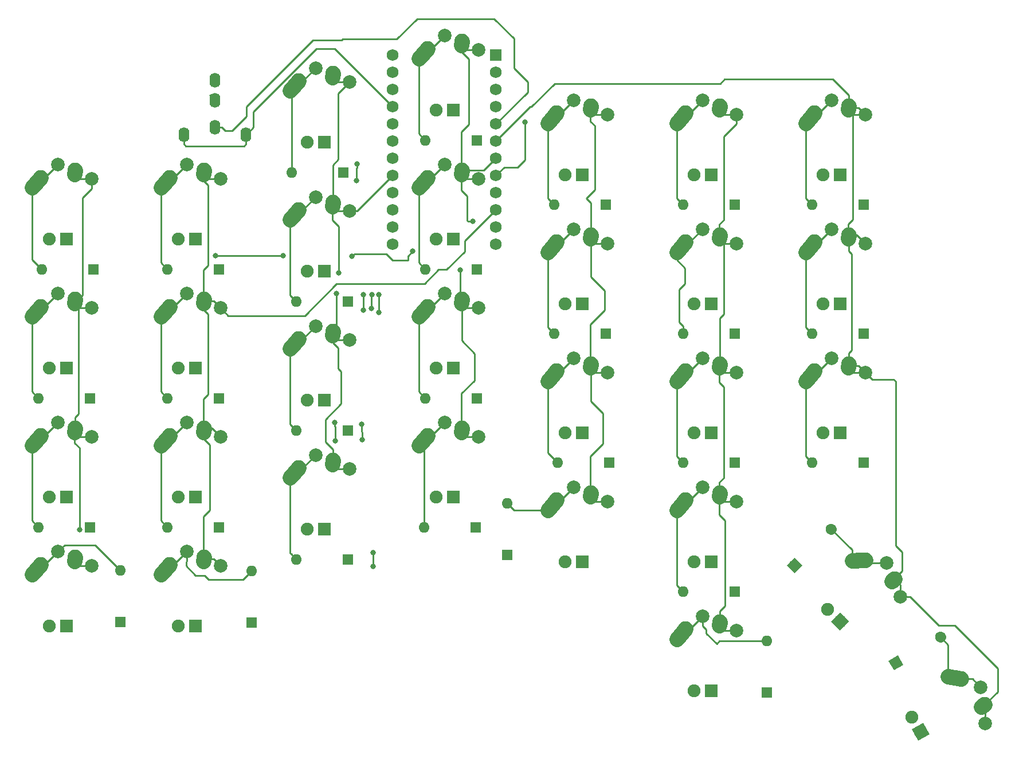
<source format=gtl>
G04 #@! TF.GenerationSoftware,KiCad,Pcbnew,(5.0.0)*
G04 #@! TF.CreationDate,2019-05-29T22:18:10-05:00*
G04 #@! TF.ProjectId,PCB,5043422E6B696361645F706362000000,rev?*
G04 #@! TF.SameCoordinates,Original*
G04 #@! TF.FileFunction,Copper,L1,Top,Signal*
G04 #@! TF.FilePolarity,Positive*
%FSLAX46Y46*%
G04 Gerber Fmt 4.6, Leading zero omitted, Abs format (unit mm)*
G04 Created by KiCad (PCBNEW (5.0.0)) date 05/29/19 22:18:10*
%MOMM*%
%LPD*%
G01*
G04 APERTURE LIST*
G04 #@! TA.AperFunction,ComponentPad*
%ADD10C,2.250000*%
G04 #@! TD*
G04 #@! TA.AperFunction,Conductor*
%ADD11C,2.250000*%
G04 #@! TD*
G04 #@! TA.AperFunction,ComponentPad*
%ADD12C,2.000000*%
G04 #@! TD*
G04 #@! TA.AperFunction,ComponentPad*
%ADD13C,1.905000*%
G04 #@! TD*
G04 #@! TA.AperFunction,ComponentPad*
%ADD14R,1.905000X1.905000*%
G04 #@! TD*
G04 #@! TA.AperFunction,ComponentPad*
%ADD15R,1.600000X1.600000*%
G04 #@! TD*
G04 #@! TA.AperFunction,ComponentPad*
%ADD16O,1.600000X1.600000*%
G04 #@! TD*
G04 #@! TA.AperFunction,ComponentPad*
%ADD17C,1.600000*%
G04 #@! TD*
G04 #@! TA.AperFunction,Conductor*
%ADD18C,0.100000*%
G04 #@! TD*
G04 #@! TA.AperFunction,Conductor*
%ADD19C,1.600000*%
G04 #@! TD*
G04 #@! TA.AperFunction,ComponentPad*
%ADD20C,1.752600*%
G04 #@! TD*
G04 #@! TA.AperFunction,ComponentPad*
%ADD21R,1.752600X1.752600*%
G04 #@! TD*
G04 #@! TA.AperFunction,ComponentPad*
%ADD22O,1.600000X2.200000*%
G04 #@! TD*
G04 #@! TA.AperFunction,ViaPad*
%ADD23C,0.800000*%
G04 #@! TD*
G04 #@! TA.AperFunction,Conductor*
%ADD24C,0.250000*%
G04 #@! TD*
G04 APERTURE END LIST*
D10*
G04 #@! TO.P,K3,1*
G04 #@! TO.N,Col2*
X164444771Y-54741234D03*
D11*
G04 #@! TD*
G04 #@! TO.N,Col2*
G04 #@! TO.C,K3*
X164425000Y-55031250D02*
X164464542Y-54451218D01*
D10*
G04 #@! TO.P,K3,1*
G04 #@! TO.N,Col2*
X164465000Y-54451250D03*
G04 #@! TO.P,K3,2*
G04 #@! TO.N,Net-(D3-Pad2)*
X158769995Y-56261246D03*
D11*
G04 #@! TD*
G04 #@! TO.N,Net-(D3-Pad2)*
G04 #@! TO.C,K3*
X158115000Y-56991250D02*
X159424990Y-55531242D01*
D10*
G04 #@! TO.P,K3,2*
G04 #@! TO.N,Net-(D3-Pad2)*
X159425000Y-55531250D03*
D12*
G04 #@! TO.P,K3,1*
G04 #@! TO.N,Col2*
X166925000Y-55731250D03*
G04 #@! TO.P,K3,2*
G04 #@! TO.N,Net-(D3-Pad2)*
X161925000Y-53631250D03*
D13*
G04 #@! TO.P,K3,3*
G04 #@! TO.N,N/C*
X160655000Y-64611250D03*
D14*
G04 #@! TO.P,K3,4*
X163195000Y-64611250D03*
G04 #@! TD*
G04 #@! TO.P,K2,4*
G04 #@! TO.N,N/C*
X144145000Y-78898750D03*
D13*
G04 #@! TO.P,K2,3*
X141605000Y-78898750D03*
D12*
G04 #@! TO.P,K2,2*
G04 #@! TO.N,Net-(D2-Pad2)*
X142875000Y-67918750D03*
G04 #@! TO.P,K2,1*
G04 #@! TO.N,Col1*
X147875000Y-70018750D03*
D10*
G04 #@! TO.P,K2,2*
G04 #@! TO.N,Net-(D2-Pad2)*
X140375000Y-69818750D03*
X139719995Y-70548746D03*
D11*
G04 #@! TD*
G04 #@! TO.N,Net-(D2-Pad2)*
G04 #@! TO.C,K2*
X139065000Y-71278750D02*
X140374990Y-69818742D01*
D10*
G04 #@! TO.P,K2,1*
G04 #@! TO.N,Col1*
X145415000Y-68738750D03*
X145394771Y-69028734D03*
D11*
G04 #@! TD*
G04 #@! TO.N,Col1*
G04 #@! TO.C,K2*
X145375000Y-69318750D02*
X145414542Y-68738718D01*
D15*
G04 #@! TO.P,D1,1*
G04 #@! TO.N,Row0*
X129063750Y-83343750D03*
D16*
G04 #@! TO.P,D1,2*
G04 #@! TO.N,Net-(D1-Pad2)*
X121443750Y-83343750D03*
G04 #@! TD*
G04 #@! TO.P,D2,2*
G04 #@! TO.N,Net-(D2-Pad2)*
X140017500Y-83343750D03*
D15*
G04 #@! TO.P,D2,1*
G04 #@! TO.N,Row0*
X147637500Y-83343750D03*
G04 #@! TD*
G04 #@! TO.P,D3,1*
G04 #@! TO.N,Row0*
X165998389Y-69056250D03*
D16*
G04 #@! TO.P,D3,2*
G04 #@! TO.N,Net-(D3-Pad2)*
X158378389Y-69056250D03*
G04 #@! TD*
G04 #@! TO.P,D4,2*
G04 #@! TO.N,Net-(D4-Pad2)*
X178117500Y-64293750D03*
D15*
G04 #@! TO.P,D4,1*
G04 #@! TO.N,Row0*
X185737500Y-64293750D03*
G04 #@! TD*
G04 #@! TO.P,D5,1*
G04 #@! TO.N,Row0*
X204787500Y-73818750D03*
D16*
G04 #@! TO.P,D5,2*
G04 #@! TO.N,Net-(D5-Pad2)*
X197167500Y-73818750D03*
G04 #@! TD*
G04 #@! TO.P,D6,2*
G04 #@! TO.N,Net-(D6-Pad2)*
X216217500Y-73818750D03*
D15*
G04 #@! TO.P,D6,1*
G04 #@! TO.N,Row0*
X223837500Y-73818750D03*
G04 #@! TD*
G04 #@! TO.P,D7,1*
G04 #@! TO.N,Row0*
X242887500Y-73818750D03*
D16*
G04 #@! TO.P,D7,2*
G04 #@! TO.N,Net-(D7-Pad2)*
X235267500Y-73818750D03*
G04 #@! TD*
G04 #@! TO.P,D8,2*
G04 #@! TO.N,Net-(D8-Pad2)*
X120967500Y-102393750D03*
D15*
G04 #@! TO.P,D8,1*
G04 #@! TO.N,Row1*
X128587500Y-102393750D03*
G04 #@! TD*
G04 #@! TO.P,D9,1*
G04 #@! TO.N,Row1*
X147637500Y-102393750D03*
D16*
G04 #@! TO.P,D9,2*
G04 #@! TO.N,Net-(D9-Pad2)*
X140017500Y-102393750D03*
G04 #@! TD*
G04 #@! TO.P,D10,2*
G04 #@! TO.N,Net-(D10-Pad2)*
X159067500Y-88106250D03*
D15*
G04 #@! TO.P,D10,1*
G04 #@! TO.N,Row1*
X166687500Y-88106250D03*
G04 #@! TD*
G04 #@! TO.P,D11,1*
G04 #@! TO.N,Row1*
X185737500Y-83343750D03*
D16*
G04 #@! TO.P,D11,2*
G04 #@! TO.N,Net-(D11-Pad2)*
X178117500Y-83343750D03*
G04 #@! TD*
G04 #@! TO.P,D12,2*
G04 #@! TO.N,Net-(D12-Pad2)*
X197167500Y-92868750D03*
D15*
G04 #@! TO.P,D12,1*
G04 #@! TO.N,Row1*
X204787500Y-92868750D03*
G04 #@! TD*
G04 #@! TO.P,D13,1*
G04 #@! TO.N,Row1*
X223837500Y-92868750D03*
D16*
G04 #@! TO.P,D13,2*
G04 #@! TO.N,Net-(D13-Pad2)*
X216217500Y-92868750D03*
G04 #@! TD*
G04 #@! TO.P,D14,2*
G04 #@! TO.N,Net-(D14-Pad2)*
X235267500Y-92868750D03*
D15*
G04 #@! TO.P,D14,1*
G04 #@! TO.N,Row1*
X242887500Y-92868750D03*
G04 #@! TD*
G04 #@! TO.P,D15,1*
G04 #@! TO.N,Row2*
X128587500Y-121443750D03*
D16*
G04 #@! TO.P,D15,2*
G04 #@! TO.N,Net-(D15-Pad2)*
X120967500Y-121443750D03*
G04 #@! TD*
G04 #@! TO.P,D16,2*
G04 #@! TO.N,Net-(D16-Pad2)*
X140017500Y-121443750D03*
D15*
G04 #@! TO.P,D16,1*
G04 #@! TO.N,Row2*
X147637500Y-121443750D03*
G04 #@! TD*
G04 #@! TO.P,D17,1*
G04 #@! TO.N,Row2*
X166687500Y-107156250D03*
D16*
G04 #@! TO.P,D17,2*
G04 #@! TO.N,Net-(D17-Pad2)*
X159067500Y-107156250D03*
G04 #@! TD*
G04 #@! TO.P,D18,2*
G04 #@! TO.N,Net-(D18-Pad2)*
X178117500Y-102393750D03*
D15*
G04 #@! TO.P,D18,1*
G04 #@! TO.N,Row2*
X185737500Y-102393750D03*
G04 #@! TD*
G04 #@! TO.P,D19,1*
G04 #@! TO.N,Row2*
X205263750Y-111918750D03*
D16*
G04 #@! TO.P,D19,2*
G04 #@! TO.N,Net-(D19-Pad2)*
X197643750Y-111918750D03*
G04 #@! TD*
G04 #@! TO.P,D20,2*
G04 #@! TO.N,Net-(D20-Pad2)*
X216217500Y-111918750D03*
D15*
G04 #@! TO.P,D20,1*
G04 #@! TO.N,Row2*
X223837500Y-111918750D03*
G04 #@! TD*
G04 #@! TO.P,D21,1*
G04 #@! TO.N,Row2*
X242887500Y-111918750D03*
D16*
G04 #@! TO.P,D21,2*
G04 #@! TO.N,Net-(D21-Pad2)*
X235267500Y-111918750D03*
G04 #@! TD*
G04 #@! TO.P,D22,2*
G04 #@! TO.N,Net-(D22-Pad2)*
X133050000Y-127810000D03*
D15*
G04 #@! TO.P,D22,1*
G04 #@! TO.N,Row3*
X133050000Y-135430000D03*
G04 #@! TD*
G04 #@! TO.P,D23,1*
G04 #@! TO.N,Row3*
X152420000Y-135550000D03*
D16*
G04 #@! TO.P,D23,2*
G04 #@! TO.N,Net-(D23-Pad2)*
X152420000Y-127930000D03*
G04 #@! TD*
D15*
G04 #@! TO.P,D24,1*
G04 #@! TO.N,Row3*
X166687500Y-126206250D03*
D16*
G04 #@! TO.P,D24,2*
G04 #@! TO.N,Net-(D24-Pad2)*
X159067500Y-126206250D03*
G04 #@! TD*
G04 #@! TO.P,D25,2*
G04 #@! TO.N,Net-(D25-Pad2)*
X177918390Y-121443750D03*
D15*
G04 #@! TO.P,D25,1*
G04 #@! TO.N,Row3*
X185538390Y-121443750D03*
G04 #@! TD*
G04 #@! TO.P,D26,1*
G04 #@! TO.N,Row3*
X190260000Y-125540000D03*
D16*
G04 #@! TO.P,D26,2*
G04 #@! TO.N,Net-(D26-Pad2)*
X190260000Y-117920000D03*
G04 #@! TD*
G04 #@! TO.P,D27,2*
G04 #@! TO.N,Net-(D27-Pad2)*
X216217500Y-130968750D03*
D15*
G04 #@! TO.P,D27,1*
G04 #@! TO.N,Row3*
X223837500Y-130968750D03*
G04 #@! TD*
D17*
G04 #@! TO.P,D28,1*
G04 #@! TO.N,Row3*
X232680000Y-127080000D03*
D18*
G04 #@! TD*
G04 #@! TO.N,Row3*
G04 #@! TO.C,D28*
G36*
X232680000Y-128211371D02*
X231548629Y-127080000D01*
X232680000Y-125948629D01*
X233811371Y-127080000D01*
X232680000Y-128211371D01*
X232680000Y-128211371D01*
G37*
D17*
G04 #@! TO.P,D28,2*
G04 #@! TO.N,Net-(D28-Pad2)*
X238068154Y-121691846D03*
D19*
G04 #@! TD*
G04 #@! TO.N,Net-(D28-Pad2)*
G04 #@! TO.C,D28*
X238068154Y-121691846D02*
X238068154Y-121691846D01*
D16*
G04 #@! TO.P,D29,2*
G04 #@! TO.N,Net-(D29-Pad2)*
X228600000Y-138280000D03*
D15*
G04 #@! TO.P,D29,1*
G04 #@! TO.N,Row4*
X228600000Y-145900000D03*
G04 #@! TD*
D17*
G04 #@! TO.P,D30,2*
G04 #@! TO.N,Net-(D30-Pad2)*
X254229114Y-137660000D03*
D19*
G04 #@! TD*
G04 #@! TO.N,Net-(D30-Pad2)*
G04 #@! TO.C,D30*
X254229114Y-137660000D02*
X254229114Y-137660000D01*
D17*
G04 #@! TO.P,D30,1*
G04 #@! TO.N,Row4*
X247630000Y-141470000D03*
D18*
G04 #@! TD*
G04 #@! TO.N,Row4*
G04 #@! TO.C,D30*
G36*
X247337180Y-142562820D02*
X246537180Y-141177180D01*
X247922820Y-140377180D01*
X248722820Y-141762820D01*
X247337180Y-142562820D01*
X247337180Y-142562820D01*
G37*
D14*
G04 #@! TO.P,K1,4*
G04 #@! TO.N,N/C*
X125095000Y-78898750D03*
D13*
G04 #@! TO.P,K1,3*
X122555000Y-78898750D03*
D12*
G04 #@! TO.P,K1,2*
G04 #@! TO.N,Net-(D1-Pad2)*
X123825000Y-67918750D03*
G04 #@! TO.P,K1,1*
G04 #@! TO.N,Col0*
X128825000Y-70018750D03*
D10*
G04 #@! TO.P,K1,2*
G04 #@! TO.N,Net-(D1-Pad2)*
X121325000Y-69818750D03*
X120669995Y-70548746D03*
D11*
G04 #@! TD*
G04 #@! TO.N,Net-(D1-Pad2)*
G04 #@! TO.C,K1*
X120015000Y-71278750D02*
X121324990Y-69818742D01*
D10*
G04 #@! TO.P,K1,1*
G04 #@! TO.N,Col0*
X126365000Y-68738750D03*
X126344771Y-69028734D03*
D11*
G04 #@! TD*
G04 #@! TO.N,Col0*
G04 #@! TO.C,K1*
X126325000Y-69318750D02*
X126364542Y-68738718D01*
D14*
G04 #@! TO.P,K4,4*
G04 #@! TO.N,N/C*
X182245000Y-59848750D03*
D13*
G04 #@! TO.P,K4,3*
X179705000Y-59848750D03*
D12*
G04 #@! TO.P,K4,2*
G04 #@! TO.N,Net-(D4-Pad2)*
X180975000Y-48868750D03*
G04 #@! TO.P,K4,1*
G04 #@! TO.N,Col3*
X185975000Y-50968750D03*
D10*
G04 #@! TO.P,K4,2*
G04 #@! TO.N,Net-(D4-Pad2)*
X178475000Y-50768750D03*
X177819995Y-51498746D03*
D11*
G04 #@! TD*
G04 #@! TO.N,Net-(D4-Pad2)*
G04 #@! TO.C,K4*
X177165000Y-52228750D02*
X178474990Y-50768742D01*
D10*
G04 #@! TO.P,K4,1*
G04 #@! TO.N,Col3*
X183515000Y-49688750D03*
X183494771Y-49978734D03*
D11*
G04 #@! TD*
G04 #@! TO.N,Col3*
G04 #@! TO.C,K4*
X183475000Y-50268750D02*
X183514542Y-49688718D01*
D10*
G04 #@! TO.P,K5,1*
G04 #@! TO.N,Col4*
X202544771Y-59503734D03*
D11*
G04 #@! TD*
G04 #@! TO.N,Col4*
G04 #@! TO.C,K5*
X202525000Y-59793750D02*
X202564542Y-59213718D01*
D10*
G04 #@! TO.P,K5,1*
G04 #@! TO.N,Col4*
X202565000Y-59213750D03*
G04 #@! TO.P,K5,2*
G04 #@! TO.N,Net-(D5-Pad2)*
X196869995Y-61023746D03*
D11*
G04 #@! TD*
G04 #@! TO.N,Net-(D5-Pad2)*
G04 #@! TO.C,K5*
X196215000Y-61753750D02*
X197524990Y-60293742D01*
D10*
G04 #@! TO.P,K5,2*
G04 #@! TO.N,Net-(D5-Pad2)*
X197525000Y-60293750D03*
D12*
G04 #@! TO.P,K5,1*
G04 #@! TO.N,Col4*
X205025000Y-60493750D03*
G04 #@! TO.P,K5,2*
G04 #@! TO.N,Net-(D5-Pad2)*
X200025000Y-58393750D03*
D13*
G04 #@! TO.P,K5,3*
G04 #@! TO.N,N/C*
X198755000Y-69373750D03*
D14*
G04 #@! TO.P,K5,4*
X201295000Y-69373750D03*
G04 #@! TD*
G04 #@! TO.P,K6,4*
G04 #@! TO.N,N/C*
X220345000Y-69373750D03*
D13*
G04 #@! TO.P,K6,3*
X217805000Y-69373750D03*
D12*
G04 #@! TO.P,K6,2*
G04 #@! TO.N,Net-(D6-Pad2)*
X219075000Y-58393750D03*
G04 #@! TO.P,K6,1*
G04 #@! TO.N,Col5*
X224075000Y-60493750D03*
D10*
G04 #@! TO.P,K6,2*
G04 #@! TO.N,Net-(D6-Pad2)*
X216575000Y-60293750D03*
X215919995Y-61023746D03*
D11*
G04 #@! TD*
G04 #@! TO.N,Net-(D6-Pad2)*
G04 #@! TO.C,K6*
X215265000Y-61753750D02*
X216574990Y-60293742D01*
D10*
G04 #@! TO.P,K6,1*
G04 #@! TO.N,Col5*
X221615000Y-59213750D03*
X221594771Y-59503734D03*
D11*
G04 #@! TD*
G04 #@! TO.N,Col5*
G04 #@! TO.C,K6*
X221575000Y-59793750D02*
X221614542Y-59213718D01*
D10*
G04 #@! TO.P,K7,1*
G04 #@! TO.N,Col6*
X240644771Y-59503734D03*
D11*
G04 #@! TD*
G04 #@! TO.N,Col6*
G04 #@! TO.C,K7*
X240625000Y-59793750D02*
X240664542Y-59213718D01*
D10*
G04 #@! TO.P,K7,1*
G04 #@! TO.N,Col6*
X240665000Y-59213750D03*
G04 #@! TO.P,K7,2*
G04 #@! TO.N,Net-(D7-Pad2)*
X234969995Y-61023746D03*
D11*
G04 #@! TD*
G04 #@! TO.N,Net-(D7-Pad2)*
G04 #@! TO.C,K7*
X234315000Y-61753750D02*
X235624990Y-60293742D01*
D10*
G04 #@! TO.P,K7,2*
G04 #@! TO.N,Net-(D7-Pad2)*
X235625000Y-60293750D03*
D12*
G04 #@! TO.P,K7,1*
G04 #@! TO.N,Col6*
X243125000Y-60493750D03*
G04 #@! TO.P,K7,2*
G04 #@! TO.N,Net-(D7-Pad2)*
X238125000Y-58393750D03*
D13*
G04 #@! TO.P,K7,3*
G04 #@! TO.N,N/C*
X236855000Y-69373750D03*
D14*
G04 #@! TO.P,K7,4*
X239395000Y-69373750D03*
G04 #@! TD*
D10*
G04 #@! TO.P,K8,1*
G04 #@! TO.N,Col0*
X126344771Y-88078734D03*
D11*
G04 #@! TD*
G04 #@! TO.N,Col0*
G04 #@! TO.C,K8*
X126325000Y-88368750D02*
X126364542Y-87788718D01*
D10*
G04 #@! TO.P,K8,1*
G04 #@! TO.N,Col0*
X126365000Y-87788750D03*
G04 #@! TO.P,K8,2*
G04 #@! TO.N,Net-(D8-Pad2)*
X120669995Y-89598746D03*
D11*
G04 #@! TD*
G04 #@! TO.N,Net-(D8-Pad2)*
G04 #@! TO.C,K8*
X120015000Y-90328750D02*
X121324990Y-88868742D01*
D10*
G04 #@! TO.P,K8,2*
G04 #@! TO.N,Net-(D8-Pad2)*
X121325000Y-88868750D03*
D12*
G04 #@! TO.P,K8,1*
G04 #@! TO.N,Col0*
X128825000Y-89068750D03*
G04 #@! TO.P,K8,2*
G04 #@! TO.N,Net-(D8-Pad2)*
X123825000Y-86968750D03*
D13*
G04 #@! TO.P,K8,3*
G04 #@! TO.N,N/C*
X122555000Y-97948750D03*
D14*
G04 #@! TO.P,K8,4*
X125095000Y-97948750D03*
G04 #@! TD*
G04 #@! TO.P,K9,4*
G04 #@! TO.N,N/C*
X144145000Y-97948750D03*
D13*
G04 #@! TO.P,K9,3*
X141605000Y-97948750D03*
D12*
G04 #@! TO.P,K9,2*
G04 #@! TO.N,Net-(D9-Pad2)*
X142875000Y-86968750D03*
G04 #@! TO.P,K9,1*
G04 #@! TO.N,Col1*
X147875000Y-89068750D03*
D10*
G04 #@! TO.P,K9,2*
G04 #@! TO.N,Net-(D9-Pad2)*
X140375000Y-88868750D03*
X139719995Y-89598746D03*
D11*
G04 #@! TD*
G04 #@! TO.N,Net-(D9-Pad2)*
G04 #@! TO.C,K9*
X139065000Y-90328750D02*
X140374990Y-88868742D01*
D10*
G04 #@! TO.P,K9,1*
G04 #@! TO.N,Col1*
X145415000Y-87788750D03*
X145394771Y-88078734D03*
D11*
G04 #@! TD*
G04 #@! TO.N,Col1*
G04 #@! TO.C,K9*
X145375000Y-88368750D02*
X145414542Y-87788718D01*
D10*
G04 #@! TO.P,K10,1*
G04 #@! TO.N,Col2*
X164444771Y-73791234D03*
D11*
G04 #@! TD*
G04 #@! TO.N,Col2*
G04 #@! TO.C,K10*
X164425000Y-74081250D02*
X164464542Y-73501218D01*
D10*
G04 #@! TO.P,K10,1*
G04 #@! TO.N,Col2*
X164465000Y-73501250D03*
G04 #@! TO.P,K10,2*
G04 #@! TO.N,Net-(D10-Pad2)*
X158769995Y-75311246D03*
D11*
G04 #@! TD*
G04 #@! TO.N,Net-(D10-Pad2)*
G04 #@! TO.C,K10*
X158115000Y-76041250D02*
X159424990Y-74581242D01*
D10*
G04 #@! TO.P,K10,2*
G04 #@! TO.N,Net-(D10-Pad2)*
X159425000Y-74581250D03*
D12*
G04 #@! TO.P,K10,1*
G04 #@! TO.N,Col2*
X166925000Y-74781250D03*
G04 #@! TO.P,K10,2*
G04 #@! TO.N,Net-(D10-Pad2)*
X161925000Y-72681250D03*
D13*
G04 #@! TO.P,K10,3*
G04 #@! TO.N,N/C*
X160655000Y-83661250D03*
D14*
G04 #@! TO.P,K10,4*
X163195000Y-83661250D03*
G04 #@! TD*
G04 #@! TO.P,K11,4*
G04 #@! TO.N,N/C*
X182245000Y-78898750D03*
D13*
G04 #@! TO.P,K11,3*
X179705000Y-78898750D03*
D12*
G04 #@! TO.P,K11,2*
G04 #@! TO.N,Net-(D11-Pad2)*
X180975000Y-67918750D03*
G04 #@! TO.P,K11,1*
G04 #@! TO.N,Col3*
X185975000Y-70018750D03*
D10*
G04 #@! TO.P,K11,2*
G04 #@! TO.N,Net-(D11-Pad2)*
X178475000Y-69818750D03*
X177819995Y-70548746D03*
D11*
G04 #@! TD*
G04 #@! TO.N,Net-(D11-Pad2)*
G04 #@! TO.C,K11*
X177165000Y-71278750D02*
X178474990Y-69818742D01*
D10*
G04 #@! TO.P,K11,1*
G04 #@! TO.N,Col3*
X183515000Y-68738750D03*
X183494771Y-69028734D03*
D11*
G04 #@! TD*
G04 #@! TO.N,Col3*
G04 #@! TO.C,K11*
X183475000Y-69318750D02*
X183514542Y-68738718D01*
D10*
G04 #@! TO.P,K12,1*
G04 #@! TO.N,Col4*
X202544771Y-78553734D03*
D11*
G04 #@! TD*
G04 #@! TO.N,Col4*
G04 #@! TO.C,K12*
X202525000Y-78843750D02*
X202564542Y-78263718D01*
D10*
G04 #@! TO.P,K12,1*
G04 #@! TO.N,Col4*
X202565000Y-78263750D03*
G04 #@! TO.P,K12,2*
G04 #@! TO.N,Net-(D12-Pad2)*
X196869995Y-80073746D03*
D11*
G04 #@! TD*
G04 #@! TO.N,Net-(D12-Pad2)*
G04 #@! TO.C,K12*
X196215000Y-80803750D02*
X197524990Y-79343742D01*
D10*
G04 #@! TO.P,K12,2*
G04 #@! TO.N,Net-(D12-Pad2)*
X197525000Y-79343750D03*
D12*
G04 #@! TO.P,K12,1*
G04 #@! TO.N,Col4*
X205025000Y-79543750D03*
G04 #@! TO.P,K12,2*
G04 #@! TO.N,Net-(D12-Pad2)*
X200025000Y-77443750D03*
D13*
G04 #@! TO.P,K12,3*
G04 #@! TO.N,N/C*
X198755000Y-88423750D03*
D14*
G04 #@! TO.P,K12,4*
X201295000Y-88423750D03*
G04 #@! TD*
G04 #@! TO.P,K13,4*
G04 #@! TO.N,N/C*
X220345000Y-88423750D03*
D13*
G04 #@! TO.P,K13,3*
X217805000Y-88423750D03*
D12*
G04 #@! TO.P,K13,2*
G04 #@! TO.N,Net-(D13-Pad2)*
X219075000Y-77443750D03*
G04 #@! TO.P,K13,1*
G04 #@! TO.N,Col5*
X224075000Y-79543750D03*
D10*
G04 #@! TO.P,K13,2*
G04 #@! TO.N,Net-(D13-Pad2)*
X216575000Y-79343750D03*
X215919995Y-80073746D03*
D11*
G04 #@! TD*
G04 #@! TO.N,Net-(D13-Pad2)*
G04 #@! TO.C,K13*
X215265000Y-80803750D02*
X216574990Y-79343742D01*
D10*
G04 #@! TO.P,K13,1*
G04 #@! TO.N,Col5*
X221615000Y-78263750D03*
X221594771Y-78553734D03*
D11*
G04 #@! TD*
G04 #@! TO.N,Col5*
G04 #@! TO.C,K13*
X221575000Y-78843750D02*
X221614542Y-78263718D01*
D10*
G04 #@! TO.P,K14,1*
G04 #@! TO.N,Col6*
X240644771Y-78553734D03*
D11*
G04 #@! TD*
G04 #@! TO.N,Col6*
G04 #@! TO.C,K14*
X240625000Y-78843750D02*
X240664542Y-78263718D01*
D10*
G04 #@! TO.P,K14,1*
G04 #@! TO.N,Col6*
X240665000Y-78263750D03*
G04 #@! TO.P,K14,2*
G04 #@! TO.N,Net-(D14-Pad2)*
X234969995Y-80073746D03*
D11*
G04 #@! TD*
G04 #@! TO.N,Net-(D14-Pad2)*
G04 #@! TO.C,K14*
X234315000Y-80803750D02*
X235624990Y-79343742D01*
D10*
G04 #@! TO.P,K14,2*
G04 #@! TO.N,Net-(D14-Pad2)*
X235625000Y-79343750D03*
D12*
G04 #@! TO.P,K14,1*
G04 #@! TO.N,Col6*
X243125000Y-79543750D03*
G04 #@! TO.P,K14,2*
G04 #@! TO.N,Net-(D14-Pad2)*
X238125000Y-77443750D03*
D13*
G04 #@! TO.P,K14,3*
G04 #@! TO.N,N/C*
X236855000Y-88423750D03*
D14*
G04 #@! TO.P,K14,4*
X239395000Y-88423750D03*
G04 #@! TD*
G04 #@! TO.P,K15,4*
G04 #@! TO.N,N/C*
X125095000Y-116998750D03*
D13*
G04 #@! TO.P,K15,3*
X122555000Y-116998750D03*
D12*
G04 #@! TO.P,K15,2*
G04 #@! TO.N,Net-(D15-Pad2)*
X123825000Y-106018750D03*
G04 #@! TO.P,K15,1*
G04 #@! TO.N,Col0*
X128825000Y-108118750D03*
D10*
G04 #@! TO.P,K15,2*
G04 #@! TO.N,Net-(D15-Pad2)*
X121325000Y-107918750D03*
X120669995Y-108648746D03*
D11*
G04 #@! TD*
G04 #@! TO.N,Net-(D15-Pad2)*
G04 #@! TO.C,K15*
X120015000Y-109378750D02*
X121324990Y-107918742D01*
D10*
G04 #@! TO.P,K15,1*
G04 #@! TO.N,Col0*
X126365000Y-106838750D03*
X126344771Y-107128734D03*
D11*
G04 #@! TD*
G04 #@! TO.N,Col0*
G04 #@! TO.C,K15*
X126325000Y-107418750D02*
X126364542Y-106838718D01*
D10*
G04 #@! TO.P,K16,1*
G04 #@! TO.N,Col1*
X145394771Y-107128734D03*
D11*
G04 #@! TD*
G04 #@! TO.N,Col1*
G04 #@! TO.C,K16*
X145375000Y-107418750D02*
X145414542Y-106838718D01*
D10*
G04 #@! TO.P,K16,1*
G04 #@! TO.N,Col1*
X145415000Y-106838750D03*
G04 #@! TO.P,K16,2*
G04 #@! TO.N,Net-(D16-Pad2)*
X139719995Y-108648746D03*
D11*
G04 #@! TD*
G04 #@! TO.N,Net-(D16-Pad2)*
G04 #@! TO.C,K16*
X139065000Y-109378750D02*
X140374990Y-107918742D01*
D10*
G04 #@! TO.P,K16,2*
G04 #@! TO.N,Net-(D16-Pad2)*
X140375000Y-107918750D03*
D12*
G04 #@! TO.P,K16,1*
G04 #@! TO.N,Col1*
X147875000Y-108118750D03*
G04 #@! TO.P,K16,2*
G04 #@! TO.N,Net-(D16-Pad2)*
X142875000Y-106018750D03*
D13*
G04 #@! TO.P,K16,3*
G04 #@! TO.N,N/C*
X141605000Y-116998750D03*
D14*
G04 #@! TO.P,K16,4*
X144145000Y-116998750D03*
G04 #@! TD*
D10*
G04 #@! TO.P,K17,1*
G04 #@! TO.N,Col2*
X164444771Y-92841234D03*
D11*
G04 #@! TD*
G04 #@! TO.N,Col2*
G04 #@! TO.C,K17*
X164425000Y-93131250D02*
X164464542Y-92551218D01*
D10*
G04 #@! TO.P,K17,1*
G04 #@! TO.N,Col2*
X164465000Y-92551250D03*
G04 #@! TO.P,K17,2*
G04 #@! TO.N,Net-(D17-Pad2)*
X158769995Y-94361246D03*
D11*
G04 #@! TD*
G04 #@! TO.N,Net-(D17-Pad2)*
G04 #@! TO.C,K17*
X158115000Y-95091250D02*
X159424990Y-93631242D01*
D10*
G04 #@! TO.P,K17,2*
G04 #@! TO.N,Net-(D17-Pad2)*
X159425000Y-93631250D03*
D12*
G04 #@! TO.P,K17,1*
G04 #@! TO.N,Col2*
X166925000Y-93831250D03*
G04 #@! TO.P,K17,2*
G04 #@! TO.N,Net-(D17-Pad2)*
X161925000Y-91731250D03*
D13*
G04 #@! TO.P,K17,3*
G04 #@! TO.N,N/C*
X160655000Y-102711250D03*
D14*
G04 #@! TO.P,K17,4*
X163195000Y-102711250D03*
G04 #@! TD*
G04 #@! TO.P,K18,4*
G04 #@! TO.N,N/C*
X182245000Y-97948750D03*
D13*
G04 #@! TO.P,K18,3*
X179705000Y-97948750D03*
D12*
G04 #@! TO.P,K18,2*
G04 #@! TO.N,Net-(D18-Pad2)*
X180975000Y-86968750D03*
G04 #@! TO.P,K18,1*
G04 #@! TO.N,Col3*
X185975000Y-89068750D03*
D10*
G04 #@! TO.P,K18,2*
G04 #@! TO.N,Net-(D18-Pad2)*
X178475000Y-88868750D03*
X177819995Y-89598746D03*
D11*
G04 #@! TD*
G04 #@! TO.N,Net-(D18-Pad2)*
G04 #@! TO.C,K18*
X177165000Y-90328750D02*
X178474990Y-88868742D01*
D10*
G04 #@! TO.P,K18,1*
G04 #@! TO.N,Col3*
X183515000Y-87788750D03*
X183494771Y-88078734D03*
D11*
G04 #@! TD*
G04 #@! TO.N,Col3*
G04 #@! TO.C,K18*
X183475000Y-88368750D02*
X183514542Y-87788718D01*
D10*
G04 #@! TO.P,K19,1*
G04 #@! TO.N,Col4*
X202544771Y-97603734D03*
D11*
G04 #@! TD*
G04 #@! TO.N,Col4*
G04 #@! TO.C,K19*
X202525000Y-97893750D02*
X202564542Y-97313718D01*
D10*
G04 #@! TO.P,K19,1*
G04 #@! TO.N,Col4*
X202565000Y-97313750D03*
G04 #@! TO.P,K19,2*
G04 #@! TO.N,Net-(D19-Pad2)*
X196869995Y-99123746D03*
D11*
G04 #@! TD*
G04 #@! TO.N,Net-(D19-Pad2)*
G04 #@! TO.C,K19*
X196215000Y-99853750D02*
X197524990Y-98393742D01*
D10*
G04 #@! TO.P,K19,2*
G04 #@! TO.N,Net-(D19-Pad2)*
X197525000Y-98393750D03*
D12*
G04 #@! TO.P,K19,1*
G04 #@! TO.N,Col4*
X205025000Y-98593750D03*
G04 #@! TO.P,K19,2*
G04 #@! TO.N,Net-(D19-Pad2)*
X200025000Y-96493750D03*
D13*
G04 #@! TO.P,K19,3*
G04 #@! TO.N,N/C*
X198755000Y-107473750D03*
D14*
G04 #@! TO.P,K19,4*
X201295000Y-107473750D03*
G04 #@! TD*
G04 #@! TO.P,K20,4*
G04 #@! TO.N,N/C*
X220345000Y-107473750D03*
D13*
G04 #@! TO.P,K20,3*
X217805000Y-107473750D03*
D12*
G04 #@! TO.P,K20,2*
G04 #@! TO.N,Net-(D20-Pad2)*
X219075000Y-96493750D03*
G04 #@! TO.P,K20,1*
G04 #@! TO.N,Col5*
X224075000Y-98593750D03*
D10*
G04 #@! TO.P,K20,2*
G04 #@! TO.N,Net-(D20-Pad2)*
X216575000Y-98393750D03*
X215919995Y-99123746D03*
D11*
G04 #@! TD*
G04 #@! TO.N,Net-(D20-Pad2)*
G04 #@! TO.C,K20*
X215265000Y-99853750D02*
X216574990Y-98393742D01*
D10*
G04 #@! TO.P,K20,1*
G04 #@! TO.N,Col5*
X221615000Y-97313750D03*
X221594771Y-97603734D03*
D11*
G04 #@! TD*
G04 #@! TO.N,Col5*
G04 #@! TO.C,K20*
X221575000Y-97893750D02*
X221614542Y-97313718D01*
D10*
G04 #@! TO.P,K21,1*
G04 #@! TO.N,Col6*
X240644771Y-97603734D03*
D11*
G04 #@! TD*
G04 #@! TO.N,Col6*
G04 #@! TO.C,K21*
X240625000Y-97893750D02*
X240664542Y-97313718D01*
D10*
G04 #@! TO.P,K21,1*
G04 #@! TO.N,Col6*
X240665000Y-97313750D03*
G04 #@! TO.P,K21,2*
G04 #@! TO.N,Net-(D21-Pad2)*
X234969995Y-99123746D03*
D11*
G04 #@! TD*
G04 #@! TO.N,Net-(D21-Pad2)*
G04 #@! TO.C,K21*
X234315000Y-99853750D02*
X235624990Y-98393742D01*
D10*
G04 #@! TO.P,K21,2*
G04 #@! TO.N,Net-(D21-Pad2)*
X235625000Y-98393750D03*
D12*
G04 #@! TO.P,K21,1*
G04 #@! TO.N,Col6*
X243125000Y-98593750D03*
G04 #@! TO.P,K21,2*
G04 #@! TO.N,Net-(D21-Pad2)*
X238125000Y-96493750D03*
D13*
G04 #@! TO.P,K21,3*
G04 #@! TO.N,N/C*
X236855000Y-107473750D03*
D14*
G04 #@! TO.P,K21,4*
X239395000Y-107473750D03*
G04 #@! TD*
G04 #@! TO.P,K22,4*
G04 #@! TO.N,N/C*
X125095000Y-136048750D03*
D13*
G04 #@! TO.P,K22,3*
X122555000Y-136048750D03*
D12*
G04 #@! TO.P,K22,2*
G04 #@! TO.N,Net-(D22-Pad2)*
X123825000Y-125068750D03*
G04 #@! TO.P,K22,1*
G04 #@! TO.N,Col0*
X128825000Y-127168750D03*
D10*
G04 #@! TO.P,K22,2*
G04 #@! TO.N,Net-(D22-Pad2)*
X121325000Y-126968750D03*
X120669995Y-127698746D03*
D11*
G04 #@! TD*
G04 #@! TO.N,Net-(D22-Pad2)*
G04 #@! TO.C,K22*
X120015000Y-128428750D02*
X121324990Y-126968742D01*
D10*
G04 #@! TO.P,K22,1*
G04 #@! TO.N,Col0*
X126365000Y-125888750D03*
X126344771Y-126178734D03*
D11*
G04 #@! TD*
G04 #@! TO.N,Col0*
G04 #@! TO.C,K22*
X126325000Y-126468750D02*
X126364542Y-125888718D01*
D10*
G04 #@! TO.P,K23,1*
G04 #@! TO.N,Col1*
X145394771Y-126178734D03*
D11*
G04 #@! TD*
G04 #@! TO.N,Col1*
G04 #@! TO.C,K23*
X145375000Y-126468750D02*
X145414542Y-125888718D01*
D10*
G04 #@! TO.P,K23,1*
G04 #@! TO.N,Col1*
X145415000Y-125888750D03*
G04 #@! TO.P,K23,2*
G04 #@! TO.N,Net-(D23-Pad2)*
X139719995Y-127698746D03*
D11*
G04 #@! TD*
G04 #@! TO.N,Net-(D23-Pad2)*
G04 #@! TO.C,K23*
X139065000Y-128428750D02*
X140374990Y-126968742D01*
D10*
G04 #@! TO.P,K23,2*
G04 #@! TO.N,Net-(D23-Pad2)*
X140375000Y-126968750D03*
D12*
G04 #@! TO.P,K23,1*
G04 #@! TO.N,Col1*
X147875000Y-127168750D03*
G04 #@! TO.P,K23,2*
G04 #@! TO.N,Net-(D23-Pad2)*
X142875000Y-125068750D03*
D13*
G04 #@! TO.P,K23,3*
G04 #@! TO.N,N/C*
X141605000Y-136048750D03*
D14*
G04 #@! TO.P,K23,4*
X144145000Y-136048750D03*
G04 #@! TD*
G04 #@! TO.P,K24,4*
G04 #@! TO.N,N/C*
X163195000Y-121761250D03*
D13*
G04 #@! TO.P,K24,3*
X160655000Y-121761250D03*
D12*
G04 #@! TO.P,K24,2*
G04 #@! TO.N,Net-(D24-Pad2)*
X161925000Y-110781250D03*
G04 #@! TO.P,K24,1*
G04 #@! TO.N,Col2*
X166925000Y-112881250D03*
D10*
G04 #@! TO.P,K24,2*
G04 #@! TO.N,Net-(D24-Pad2)*
X159425000Y-112681250D03*
X158769995Y-113411246D03*
D11*
G04 #@! TD*
G04 #@! TO.N,Net-(D24-Pad2)*
G04 #@! TO.C,K24*
X158115000Y-114141250D02*
X159424990Y-112681242D01*
D10*
G04 #@! TO.P,K24,1*
G04 #@! TO.N,Col2*
X164465000Y-111601250D03*
X164444771Y-111891234D03*
D11*
G04 #@! TD*
G04 #@! TO.N,Col2*
G04 #@! TO.C,K24*
X164425000Y-112181250D02*
X164464542Y-111601218D01*
D10*
G04 #@! TO.P,K25,1*
G04 #@! TO.N,Col3*
X183494771Y-107128734D03*
D11*
G04 #@! TD*
G04 #@! TO.N,Col3*
G04 #@! TO.C,K25*
X183475000Y-107418750D02*
X183514542Y-106838718D01*
D10*
G04 #@! TO.P,K25,1*
G04 #@! TO.N,Col3*
X183515000Y-106838750D03*
G04 #@! TO.P,K25,2*
G04 #@! TO.N,Net-(D25-Pad2)*
X177819995Y-108648746D03*
D11*
G04 #@! TD*
G04 #@! TO.N,Net-(D25-Pad2)*
G04 #@! TO.C,K25*
X177165000Y-109378750D02*
X178474990Y-107918742D01*
D10*
G04 #@! TO.P,K25,2*
G04 #@! TO.N,Net-(D25-Pad2)*
X178475000Y-107918750D03*
D12*
G04 #@! TO.P,K25,1*
G04 #@! TO.N,Col3*
X185975000Y-108118750D03*
G04 #@! TO.P,K25,2*
G04 #@! TO.N,Net-(D25-Pad2)*
X180975000Y-106018750D03*
D13*
G04 #@! TO.P,K25,3*
G04 #@! TO.N,N/C*
X179705000Y-116998750D03*
D14*
G04 #@! TO.P,K25,4*
X182245000Y-116998750D03*
G04 #@! TD*
G04 #@! TO.P,K26,4*
G04 #@! TO.N,N/C*
X201295000Y-126523750D03*
D13*
G04 #@! TO.P,K26,3*
X198755000Y-126523750D03*
D12*
G04 #@! TO.P,K26,2*
G04 #@! TO.N,Net-(D26-Pad2)*
X200025000Y-115543750D03*
G04 #@! TO.P,K26,1*
G04 #@! TO.N,Col4*
X205025000Y-117643750D03*
D10*
G04 #@! TO.P,K26,2*
G04 #@! TO.N,Net-(D26-Pad2)*
X197525000Y-117443750D03*
X196869995Y-118173746D03*
D11*
G04 #@! TD*
G04 #@! TO.N,Net-(D26-Pad2)*
G04 #@! TO.C,K26*
X196215000Y-118903750D02*
X197524990Y-117443742D01*
D10*
G04 #@! TO.P,K26,1*
G04 #@! TO.N,Col4*
X202565000Y-116363750D03*
X202544771Y-116653734D03*
D11*
G04 #@! TD*
G04 #@! TO.N,Col4*
G04 #@! TO.C,K26*
X202525000Y-116943750D02*
X202564542Y-116363718D01*
D10*
G04 #@! TO.P,K27,1*
G04 #@! TO.N,Col5*
X221594771Y-116653734D03*
D11*
G04 #@! TD*
G04 #@! TO.N,Col5*
G04 #@! TO.C,K27*
X221575000Y-116943750D02*
X221614542Y-116363718D01*
D10*
G04 #@! TO.P,K27,1*
G04 #@! TO.N,Col5*
X221615000Y-116363750D03*
G04 #@! TO.P,K27,2*
G04 #@! TO.N,Net-(D27-Pad2)*
X215919995Y-118173746D03*
D11*
G04 #@! TD*
G04 #@! TO.N,Net-(D27-Pad2)*
G04 #@! TO.C,K27*
X215265000Y-118903750D02*
X216574990Y-117443742D01*
D10*
G04 #@! TO.P,K27,2*
G04 #@! TO.N,Net-(D27-Pad2)*
X216575000Y-117443750D03*
D12*
G04 #@! TO.P,K27,1*
G04 #@! TO.N,Col5*
X224075000Y-117643750D03*
G04 #@! TO.P,K27,2*
G04 #@! TO.N,Net-(D27-Pad2)*
X219075000Y-115543750D03*
D13*
G04 #@! TO.P,K27,3*
G04 #@! TO.N,N/C*
X217805000Y-126523750D03*
D14*
G04 #@! TO.P,K27,4*
X220345000Y-126523750D03*
G04 #@! TD*
D13*
G04 #@! TO.P,K28,4*
G04 #@! TO.N,N/C*
X239370923Y-135363878D03*
D18*
G04 #@! TD*
G04 #@! TO.N,N/C*
G04 #@! TO.C,K28*
G36*
X238023885Y-135363878D02*
X239370923Y-134016840D01*
X240717961Y-135363878D01*
X239370923Y-136710916D01*
X238023885Y-135363878D01*
X238023885Y-135363878D01*
G37*
D13*
G04 #@! TO.P,K28,3*
G04 #@! TO.N,N/C*
X237574872Y-133567827D03*
D12*
G04 #@! TO.P,K28,2*
G04 #@! TO.N,Net-(D28-Pad2)*
X246236930Y-126701820D03*
G04 #@! TO.P,K28,1*
G04 #@! TO.N,Col6*
X248287540Y-131722278D03*
D10*
G04 #@! TO.P,K28,2*
G04 #@! TO.N,Net-(D28-Pad2)*
X243125660Y-126277556D03*
X242146317Y-126330583D03*
D11*
G04 #@! TD*
G04 #@! TO.N,Net-(D28-Pad2)*
G04 #@! TO.C,K28*
X241166974Y-126383622D02*
X243125660Y-126277544D01*
D10*
G04 #@! TO.P,K28,1*
G04 #@! TO.N,Col6*
X247453154Y-129077699D03*
X247233800Y-129268444D03*
D11*
G04 #@! TD*
G04 #@! TO.N,Col6*
G04 #@! TO.C,K28*
X247014747Y-129459536D02*
X247452853Y-129077352D01*
D10*
G04 #@! TO.P,K29,1*
G04 #@! TO.N,Col5*
X221594771Y-135703734D03*
D11*
G04 #@! TD*
G04 #@! TO.N,Col5*
G04 #@! TO.C,K29*
X221575000Y-135993750D02*
X221614542Y-135413718D01*
D10*
G04 #@! TO.P,K29,1*
G04 #@! TO.N,Col5*
X221615000Y-135413750D03*
G04 #@! TO.P,K29,2*
G04 #@! TO.N,Net-(D29-Pad2)*
X215919995Y-137223746D03*
D11*
G04 #@! TD*
G04 #@! TO.N,Net-(D29-Pad2)*
G04 #@! TO.C,K29*
X215265000Y-137953750D02*
X216574990Y-136493742D01*
D10*
G04 #@! TO.P,K29,2*
G04 #@! TO.N,Net-(D29-Pad2)*
X216575000Y-136493750D03*
D12*
G04 #@! TO.P,K29,1*
G04 #@! TO.N,Col5*
X224075000Y-136693750D03*
G04 #@! TO.P,K29,2*
G04 #@! TO.N,Net-(D29-Pad2)*
X219075000Y-134593750D03*
D13*
G04 #@! TO.P,K29,3*
G04 #@! TO.N,N/C*
X217805000Y-145573750D03*
D14*
G04 #@! TO.P,K29,4*
X220345000Y-145573750D03*
G04 #@! TD*
D13*
G04 #@! TO.P,K30,4*
G04 #@! TO.N,N/C*
X251305591Y-151659852D03*
D18*
G04 #@! TD*
G04 #@! TO.N,N/C*
G04 #@! TO.C,K30*
G36*
X250004452Y-151311213D02*
X251654230Y-150358713D01*
X252606730Y-152008491D01*
X250956952Y-152960991D01*
X250004452Y-151311213D01*
X250004452Y-151311213D01*
G37*
D13*
G04 #@! TO.P,K30,3*
G04 #@! TO.N,N/C*
X250035591Y-149460148D03*
D12*
G04 #@! TO.P,K30,2*
G04 #@! TO.N,Net-(D30-Pad2)*
X260179550Y-145070000D03*
G04 #@! TO.P,K30,1*
G04 #@! TO.N,Col6*
X260860897Y-150450127D03*
D10*
G04 #@! TO.P,K30,2*
G04 #@! TO.N,Net-(D30-Pad2)*
X257284102Y-143854936D03*
X256324405Y-143652684D03*
D11*
G04 #@! TD*
G04 #@! TO.N,Net-(D30-Pad2)*
G04 #@! TO.C,K30*
X255364705Y-143450443D02*
X257284105Y-143854925D01*
D10*
G04 #@! TO.P,K30,1*
G04 #@! TO.N,Col6*
X260739409Y-147679705D03*
X260478161Y-147807179D03*
D11*
G04 #@! TD*
G04 #@! TO.N,Col6*
G04 #@! TO.C,K30*
X260217114Y-147935064D02*
X260739208Y-147679294D01*
D20*
G04 #@! TO.P,U1,24*
G04 #@! TO.N,Breakout*
X173330000Y-51700000D03*
G04 #@! TO.P,U1,12*
G04 #@! TO.N,Row1*
X188570000Y-79640000D03*
G04 #@! TO.P,U1,23*
G04 #@! TO.N,RGBGnd*
X173330000Y-54240000D03*
G04 #@! TO.P,U1,22*
G04 #@! TO.N,Breakout*
X173330000Y-56780000D03*
G04 #@! TO.P,U1,21*
G04 #@! TO.N,CommVCCandRGBVCC*
X173330000Y-59320000D03*
G04 #@! TO.P,U1,20*
G04 #@! TO.N,Row3*
X173330000Y-61860000D03*
G04 #@! TO.P,U1,19*
G04 #@! TO.N,Row0*
X173330000Y-64400000D03*
G04 #@! TO.P,U1,18*
G04 #@! TO.N,Col5*
X173330000Y-66940000D03*
G04 #@! TO.P,U1,17*
G04 #@! TO.N,Col2*
X173330000Y-69480000D03*
G04 #@! TO.P,U1,16*
G04 #@! TO.N,Row2*
X173330000Y-72020000D03*
G04 #@! TO.P,U1,15*
G04 #@! TO.N,Row4*
X173330000Y-74560000D03*
G04 #@! TO.P,U1,14*
G04 #@! TO.N,Breakout*
X173330000Y-77100000D03*
G04 #@! TO.P,U1,13*
X173330000Y-79640000D03*
G04 #@! TO.P,U1,11*
G04 #@! TO.N,Col4*
X188570000Y-77100000D03*
G04 #@! TO.P,U1,10*
G04 #@! TO.N,Col1*
X188570000Y-74560000D03*
G04 #@! TO.P,U1,9*
G04 #@! TO.N,Col0*
X188570000Y-72020000D03*
G04 #@! TO.P,U1,8*
G04 #@! TO.N,RGB*
X188570000Y-69480000D03*
G04 #@! TO.P,U1,7*
G04 #@! TO.N,Col3*
X188570000Y-66940000D03*
G04 #@! TO.P,U1,6*
G04 #@! TO.N,Col6*
X188570000Y-64400000D03*
G04 #@! TO.P,U1,5*
G04 #@! TO.N,Comm*
X188570000Y-61860000D03*
G04 #@! TO.P,U1,4*
G04 #@! TO.N,CommGnd*
X188570000Y-59320000D03*
G04 #@! TO.P,U1,3*
G04 #@! TO.N,Breakout*
X188570000Y-56780000D03*
G04 #@! TO.P,U1,2*
X188570000Y-54240000D03*
D21*
G04 #@! TO.P,U1,1*
X188570000Y-51700000D03*
G04 #@! TD*
D22*
G04 #@! TO.P,REF\002A\002A,3*
G04 #@! TO.N,RGBTRRS*
X147030000Y-58410000D03*
G04 #@! TO.P,REF\002A\002A,4*
G04 #@! TO.N,CommGnd*
X147030000Y-55410000D03*
G04 #@! TO.P,REF\002A\002A,2*
G04 #@! TO.N,Comm*
X147030000Y-62410000D03*
G04 #@! TO.P,REF\002A\002A,1*
G04 #@! TO.N,N/C*
X142430000Y-63510000D03*
G04 #@! TO.N,CommVCCandRGBVCC*
X151630000Y-63510000D03*
G04 #@! TD*
D23*
G04 #@! TO.N,Row2*
X170210000Y-87070000D03*
X170150000Y-89120000D03*
G04 #@! TO.N,Row3*
X168960000Y-87100000D03*
X169000000Y-89350000D03*
X164760000Y-105990000D03*
X164820000Y-108720000D03*
X168000000Y-67790000D03*
X167960000Y-70290000D03*
G04 #@! TO.N,Row4*
X171260000Y-87070000D03*
X171260000Y-89700000D03*
X168680000Y-106200000D03*
X170430000Y-125210000D03*
X170430000Y-127210000D03*
X168780000Y-108530000D03*
G04 #@! TO.N,Col0*
X127040000Y-121850000D03*
X157130000Y-81380000D03*
X167290000Y-81460000D03*
X176280000Y-80690000D03*
X147090000Y-81380000D03*
G04 #@! TO.N,Col2*
X165340000Y-83890000D03*
X164950000Y-86900000D03*
G04 #@! TO.N,Col3*
X185150000Y-76300000D03*
X183290000Y-83440000D03*
G04 #@! TO.N,RGB*
X192820000Y-61600000D03*
G04 #@! TD*
D24*
G04 #@! TO.N,*
X151630000Y-64860000D02*
X151630000Y-63510000D01*
X151330000Y-65160000D02*
X151630000Y-64860000D01*
X142730000Y-65160000D02*
X151330000Y-65160000D01*
X142430000Y-64860000D02*
X142730000Y-65160000D01*
X142430000Y-63510000D02*
X142430000Y-64860000D01*
G04 #@! TO.N,RGBTRRS*
X146270000Y-57650000D02*
X147030000Y-58410000D01*
G04 #@! TO.N,Net-(D1-Pad2)*
X120465000Y-71278750D02*
X123825000Y-67918750D01*
X120015000Y-71278750D02*
X120465000Y-71278750D01*
X120015000Y-81915000D02*
X121443750Y-83343750D01*
X120015000Y-71278750D02*
X120015000Y-81915000D01*
G04 #@! TO.N,Net-(D2-Pad2)*
X139515000Y-71278750D02*
X142875000Y-67918750D01*
X139065000Y-71278750D02*
X139515000Y-71278750D01*
X139065000Y-82391250D02*
X140017500Y-83343750D01*
X139065000Y-71278750D02*
X139065000Y-82391250D01*
G04 #@! TO.N,Net-(D3-Pad2)*
X160025000Y-55531250D02*
X159425000Y-55531250D01*
X161925000Y-53631250D02*
X160025000Y-55531250D01*
X158565000Y-56991250D02*
X161925000Y-53631250D01*
X158115000Y-56991250D02*
X158565000Y-56991250D01*
X158378389Y-57254639D02*
X158378389Y-69056250D01*
X158115000Y-56991250D02*
X158378389Y-57254639D01*
G04 #@! TO.N,Net-(D4-Pad2)*
X177615000Y-52228750D02*
X180975000Y-48868750D01*
X177165000Y-52228750D02*
X177615000Y-52228750D01*
X177165000Y-63341250D02*
X178117500Y-64293750D01*
X177165000Y-52228750D02*
X177165000Y-63341250D01*
G04 #@! TO.N,Net-(D5-Pad2)*
X196665000Y-61753750D02*
X200025000Y-58393750D01*
X196215000Y-61753750D02*
X196665000Y-61753750D01*
X196215000Y-72866250D02*
X197167500Y-73818750D01*
X196215000Y-61753750D02*
X196215000Y-72866250D01*
G04 #@! TO.N,Net-(D6-Pad2)*
X215715000Y-61753750D02*
X219075000Y-58393750D01*
X215265000Y-61753750D02*
X215715000Y-61753750D01*
X215265000Y-72866250D02*
X216217500Y-73818750D01*
X215265000Y-61753750D02*
X215265000Y-72866250D01*
G04 #@! TO.N,Net-(D7-Pad2)*
X234765000Y-61753750D02*
X238125000Y-58393750D01*
X234315000Y-61753750D02*
X234765000Y-61753750D01*
X234315000Y-72866250D02*
X235267500Y-73818750D01*
X234315000Y-61753750D02*
X234315000Y-72866250D01*
G04 #@! TO.N,Net-(D8-Pad2)*
X120465000Y-90328750D02*
X123825000Y-86968750D01*
X120015000Y-90328750D02*
X120465000Y-90328750D01*
X120015000Y-101441250D02*
X120967500Y-102393750D01*
X120015000Y-90328750D02*
X120015000Y-101441250D01*
G04 #@! TO.N,Net-(D9-Pad2)*
X139515000Y-90328750D02*
X142875000Y-86968750D01*
X139065000Y-90328750D02*
X139515000Y-90328750D01*
X139065000Y-101441250D02*
X140017500Y-102393750D01*
X139065000Y-90328750D02*
X139065000Y-101441250D01*
G04 #@! TO.N,Net-(D10-Pad2)*
X158565000Y-76041250D02*
X161925000Y-72681250D01*
X158115000Y-76041250D02*
X158565000Y-76041250D01*
X158115000Y-87153750D02*
X159067500Y-88106250D01*
X158115000Y-76041250D02*
X158115000Y-87153750D01*
G04 #@! TO.N,Net-(D11-Pad2)*
X177615000Y-71278750D02*
X180975000Y-67918750D01*
X177165000Y-71278750D02*
X177615000Y-71278750D01*
X177165000Y-82391250D02*
X178117500Y-83343750D01*
X177165000Y-71278750D02*
X177165000Y-82391250D01*
G04 #@! TO.N,Net-(D12-Pad2)*
X196665000Y-80803750D02*
X200025000Y-77443750D01*
X196215000Y-80803750D02*
X196665000Y-80803750D01*
X196215000Y-91916250D02*
X197167500Y-92868750D01*
X196215000Y-80803750D02*
X196215000Y-91916250D01*
G04 #@! TO.N,Net-(D13-Pad2)*
X215265000Y-80803750D02*
X215715000Y-80803750D01*
X217175000Y-79343750D02*
X216575000Y-79343750D01*
X219075000Y-77443750D02*
X217175000Y-79343750D01*
X215265000Y-81975000D02*
X216490000Y-83200000D01*
X215265000Y-80803750D02*
X215265000Y-81975000D01*
X216490000Y-83200000D02*
X216490000Y-85510000D01*
X216217500Y-91737380D02*
X216217500Y-92868750D01*
X216490000Y-85510000D02*
X215660000Y-86340000D01*
X215660000Y-86340000D02*
X215660000Y-91179880D01*
X215660000Y-91179880D02*
X216217500Y-91737380D01*
G04 #@! TO.N,Net-(D14-Pad2)*
X234765000Y-80803750D02*
X238125000Y-77443750D01*
X234315000Y-80803750D02*
X234765000Y-80803750D01*
X234315000Y-91916250D02*
X235267500Y-92868750D01*
X234315000Y-80803750D02*
X234315000Y-91916250D01*
G04 #@! TO.N,Net-(D15-Pad2)*
X120465000Y-109378750D02*
X123825000Y-106018750D01*
X120015000Y-109378750D02*
X120465000Y-109378750D01*
X120015000Y-120491250D02*
X120967500Y-121443750D01*
X120015000Y-109378750D02*
X120015000Y-120491250D01*
G04 #@! TO.N,Row2*
X170150000Y-87130000D02*
X170210000Y-87070000D01*
X170150000Y-89120000D02*
X170150000Y-87130000D01*
G04 #@! TO.N,Net-(D16-Pad2)*
X139515000Y-109378750D02*
X142875000Y-106018750D01*
X139065000Y-109378750D02*
X139515000Y-109378750D01*
X139065000Y-120491250D02*
X140017500Y-121443750D01*
X139065000Y-109378750D02*
X139065000Y-120491250D01*
G04 #@! TO.N,Net-(D17-Pad2)*
X158565000Y-95091250D02*
X161925000Y-91731250D01*
X158115000Y-95091250D02*
X158565000Y-95091250D01*
X158115000Y-106203750D02*
X159067500Y-107156250D01*
X158115000Y-95091250D02*
X158115000Y-106203750D01*
G04 #@! TO.N,Net-(D18-Pad2)*
X177615000Y-90328750D02*
X180975000Y-86968750D01*
X177165000Y-90328750D02*
X177615000Y-90328750D01*
X177165000Y-101441250D02*
X178117500Y-102393750D01*
X177165000Y-90328750D02*
X177165000Y-101441250D01*
G04 #@! TO.N,Net-(D19-Pad2)*
X196665000Y-99853750D02*
X200025000Y-96493750D01*
X196215000Y-99853750D02*
X196665000Y-99853750D01*
X196215000Y-110490000D02*
X197643750Y-111918750D01*
X196215000Y-99853750D02*
X196215000Y-110490000D01*
G04 #@! TO.N,Net-(D20-Pad2)*
X215715000Y-99853750D02*
X219075000Y-96493750D01*
X215265000Y-99853750D02*
X215715000Y-99853750D01*
X215265000Y-110966250D02*
X216217500Y-111918750D01*
X215265000Y-99853750D02*
X215265000Y-110966250D01*
G04 #@! TO.N,Net-(D21-Pad2)*
X234765000Y-99853750D02*
X238125000Y-96493750D01*
X234315000Y-99853750D02*
X234765000Y-99853750D01*
X234315000Y-110966250D02*
X235267500Y-111918750D01*
X234315000Y-99853750D02*
X234315000Y-110966250D01*
G04 #@! TO.N,Net-(D22-Pad2)*
X120465000Y-128428750D02*
X123825000Y-125068750D01*
X120015000Y-128428750D02*
X120465000Y-128428750D01*
X132250001Y-127010001D02*
X133050000Y-127810000D01*
X129308751Y-124068751D02*
X132250001Y-127010001D01*
X124824999Y-124068751D02*
X129308751Y-124068751D01*
X123825000Y-125068750D02*
X124824999Y-124068751D01*
G04 #@! TO.N,Row3*
X168960000Y-87665685D02*
X169000000Y-87705685D01*
X168960000Y-87100000D02*
X168960000Y-87665685D01*
X169000000Y-87705685D02*
X169000000Y-89350000D01*
X169000000Y-89350000D02*
X169000000Y-89350000D01*
X164760000Y-106555685D02*
X164820000Y-106615685D01*
X164760000Y-105990000D02*
X164760000Y-106555685D01*
X164820000Y-106615685D02*
X164820000Y-107473752D01*
X164820000Y-107473752D02*
X164820000Y-108720000D01*
X164820000Y-108720000D02*
X164820000Y-108720000D01*
X168000000Y-68355685D02*
X167960000Y-68395685D01*
X168000000Y-67790000D02*
X168000000Y-68355685D01*
X167960000Y-68395685D02*
X167960000Y-70290000D01*
X167960000Y-70290000D02*
X167960000Y-70290000D01*
G04 #@! TO.N,Net-(D23-Pad2)*
X139515000Y-128428750D02*
X142875000Y-125068750D01*
X139065000Y-128428750D02*
X139515000Y-128428750D01*
X142875000Y-126482963D02*
X142790000Y-126567963D01*
X142875000Y-125068750D02*
X142875000Y-126482963D01*
X142790000Y-126567963D02*
X142790000Y-127190000D01*
X142790000Y-127190000D02*
X144190000Y-128590000D01*
X144190000Y-128590000D02*
X145550000Y-128590000D01*
X145550000Y-128590000D02*
X146130000Y-129170000D01*
X151180000Y-129170000D02*
X152420000Y-127930000D01*
X146130000Y-129170000D02*
X151180000Y-129170000D01*
G04 #@! TO.N,Net-(D24-Pad2)*
X158565000Y-114141250D02*
X161925000Y-110781250D01*
X158115000Y-114141250D02*
X158565000Y-114141250D01*
X158267501Y-125406251D02*
X159067500Y-126206250D01*
X158115000Y-125253750D02*
X158267501Y-125406251D01*
X158115000Y-114141250D02*
X158115000Y-125253750D01*
G04 #@! TO.N,Net-(D25-Pad2)*
X177615000Y-109378750D02*
X180975000Y-106018750D01*
X177165000Y-109378750D02*
X177615000Y-109378750D01*
X177918390Y-110132140D02*
X177918390Y-121443750D01*
X177165000Y-109378750D02*
X177918390Y-110132140D01*
G04 #@! TO.N,Net-(D26-Pad2)*
X196665000Y-118903750D02*
X200025000Y-115543750D01*
X196215000Y-118903750D02*
X196665000Y-118903750D01*
X191243750Y-118903750D02*
X190260000Y-117920000D01*
X196215000Y-118903750D02*
X191243750Y-118903750D01*
G04 #@! TO.N,Net-(D27-Pad2)*
X218075001Y-116543749D02*
X219075000Y-115543750D01*
X215715000Y-118903750D02*
X218075001Y-116543749D01*
X215265000Y-118903750D02*
X215715000Y-118903750D01*
X215265000Y-130016250D02*
X216217500Y-130968750D01*
X215265000Y-118903750D02*
X215265000Y-130016250D01*
G04 #@! TO.N,Net-(D28-Pad2)*
X241485172Y-126701820D02*
X246236930Y-126701820D01*
X241166974Y-126383622D02*
X241485172Y-126701820D01*
X241166974Y-124790666D02*
X238068154Y-121691846D01*
X241166974Y-126383622D02*
X241166974Y-124790666D01*
G04 #@! TO.N,Row4*
X171260000Y-87070000D02*
X171260000Y-89700000D01*
X171260000Y-89700000D02*
X171260000Y-89700000D01*
X170430000Y-125210000D02*
X170430000Y-127210000D01*
X170430000Y-127210000D02*
X170430000Y-127210000D01*
X168680000Y-106200000D02*
X168780000Y-108530000D01*
G04 #@! TO.N,Net-(D29-Pad2)*
X215715000Y-137953750D02*
X219075000Y-134593750D01*
X215265000Y-137953750D02*
X215715000Y-137953750D01*
X219075000Y-136007963D02*
X219640000Y-136572963D01*
X219075000Y-134593750D02*
X219075000Y-136007963D01*
X219640000Y-136572963D02*
X219640000Y-137130000D01*
X219640000Y-137130000D02*
X221190000Y-138680000D01*
X221590000Y-138280000D02*
X228600000Y-138280000D01*
X221190000Y-138680000D02*
X221590000Y-138280000D01*
G04 #@! TO.N,Net-(D30-Pad2)*
X255769198Y-143854936D02*
X255364705Y-143450443D01*
X258964486Y-143854936D02*
X255769198Y-143854936D01*
X260179550Y-145070000D02*
X258964486Y-143854936D01*
X255364705Y-138795591D02*
X254229114Y-137660000D01*
X255364705Y-143450443D02*
X255364705Y-138795591D01*
G04 #@! TO.N,Col0*
X127025000Y-70018750D02*
X128825000Y-70018750D01*
X126325000Y-69318750D02*
X127025000Y-70018750D01*
X127025000Y-89068750D02*
X128825000Y-89068750D01*
X126325000Y-88368750D02*
X127025000Y-89068750D01*
X127410787Y-108118750D02*
X128825000Y-108118750D01*
X127025000Y-108118750D02*
X127410787Y-108118750D01*
X126325000Y-107418750D02*
X127025000Y-108118750D01*
X127025000Y-127168750D02*
X128825000Y-127168750D01*
X126325000Y-126468750D02*
X127025000Y-127168750D01*
X127489999Y-87203751D02*
X126325000Y-88368750D01*
X127489999Y-72767964D02*
X127489999Y-87203751D01*
X128825000Y-71432963D02*
X127489999Y-72767964D01*
X128825000Y-70018750D02*
X128825000Y-71432963D01*
X126365000Y-105247760D02*
X126365000Y-106838750D01*
X126880000Y-104732760D02*
X126365000Y-105247760D01*
X126880000Y-88923750D02*
X126880000Y-104732760D01*
X126325000Y-88368750D02*
X126880000Y-88923750D01*
X126325000Y-107418750D02*
X126325000Y-109025000D01*
X126325000Y-109025000D02*
X127040000Y-109740000D01*
X127040000Y-109740000D02*
X127040000Y-121850000D01*
X127040000Y-121850000D02*
X127040000Y-121850000D01*
X157130000Y-81380000D02*
X157130000Y-81380000D01*
X167689999Y-81060001D02*
X171590001Y-81060001D01*
X167290000Y-81460000D02*
X167689999Y-81060001D01*
X171590001Y-81060001D02*
X172290001Y-81060001D01*
X172290001Y-81060001D02*
X172330001Y-81060001D01*
X172330001Y-81060001D02*
X173330000Y-82060000D01*
X173330000Y-82060000D02*
X175550000Y-82060000D01*
X175550000Y-82060000D02*
X175550000Y-81420000D01*
X175550000Y-81420000D02*
X176280000Y-80690000D01*
X176280000Y-80690000D02*
X176280000Y-80690000D01*
X147090000Y-81380000D02*
X157130000Y-81380000D01*
G04 #@! TO.N,Col1*
X145674999Y-126168751D02*
X145375000Y-126468750D01*
X146875001Y-126168751D02*
X145674999Y-126168751D01*
X147875000Y-127168750D02*
X146875001Y-126168751D01*
X146595000Y-106838750D02*
X145415000Y-106838750D01*
X147875000Y-108118750D02*
X146595000Y-106838750D01*
X145674999Y-88068751D02*
X145375000Y-88368750D01*
X146875001Y-88068751D02*
X145674999Y-88068751D01*
X147875000Y-89068750D02*
X146875001Y-88068751D01*
X146075000Y-70018750D02*
X147875000Y-70018750D01*
X145375000Y-69318750D02*
X146075000Y-70018750D01*
X145375000Y-126468750D02*
X145375000Y-119855000D01*
X145375000Y-119855000D02*
X146310000Y-118920000D01*
X145415000Y-108429740D02*
X145415000Y-106838750D01*
X146310000Y-109324740D02*
X145415000Y-108429740D01*
X146310000Y-118920000D02*
X146310000Y-109324740D01*
X145375000Y-102471248D02*
X146000000Y-101846248D01*
X145375000Y-107418750D02*
X145375000Y-102471248D01*
X145375000Y-89339740D02*
X145375000Y-88368750D01*
X146000000Y-89964740D02*
X145375000Y-89339740D01*
X146000000Y-101846248D02*
X146000000Y-89964740D01*
X145375000Y-83421248D02*
X146000000Y-82796248D01*
X145375000Y-88368750D02*
X145375000Y-83421248D01*
X145415000Y-70329740D02*
X145415000Y-68738750D01*
X146000000Y-70914740D02*
X145415000Y-70329740D01*
X146000000Y-82796248D02*
X146000000Y-70914740D01*
X149006250Y-90200000D02*
X147875000Y-89068750D01*
X160320000Y-90200000D02*
X149006250Y-90200000D01*
X183950000Y-79180000D02*
X183950000Y-80740000D01*
X165030000Y-85490000D02*
X160320000Y-90200000D01*
X188570000Y-74560000D02*
X183950000Y-79180000D01*
X183950000Y-80740000D02*
X181280000Y-83410000D01*
X181280000Y-83410000D02*
X180080000Y-83410000D01*
X180080000Y-83410000D02*
X178000000Y-85490000D01*
X178000000Y-85490000D02*
X165030000Y-85490000D01*
G04 #@! TO.N,Col2*
X165125000Y-55731250D02*
X166925000Y-55731250D01*
X164425000Y-55031250D02*
X165125000Y-55731250D01*
X165125000Y-74781250D02*
X166925000Y-74781250D01*
X164425000Y-74081250D02*
X165125000Y-74781250D01*
X165125000Y-93831250D02*
X166925000Y-93831250D01*
X164425000Y-93131250D02*
X165125000Y-93831250D01*
X165125000Y-112881250D02*
X166925000Y-112881250D01*
X164425000Y-112181250D02*
X165125000Y-112881250D01*
X168028750Y-74781250D02*
X166925000Y-74781250D01*
X173330000Y-69480000D02*
X168028750Y-74781250D01*
X166925000Y-55731250D02*
X165250000Y-57406250D01*
X165250000Y-57406250D02*
X165250000Y-67160000D01*
X164465000Y-74041250D02*
X164425000Y-74081250D01*
X164465000Y-67945000D02*
X164465000Y-74041250D01*
X165250000Y-67160000D02*
X164465000Y-67945000D01*
X164472501Y-93178751D02*
X164472501Y-94202501D01*
X164425000Y-93131250D02*
X164472501Y-93178751D01*
X164472501Y-94202501D02*
X165240000Y-94970000D01*
X165240000Y-94970000D02*
X165240000Y-98010000D01*
X165240000Y-98010000D02*
X165690000Y-98460000D01*
X165690000Y-98460000D02*
X165690000Y-103200000D01*
X163340001Y-105549999D02*
X163340001Y-108860001D01*
X165690000Y-103200000D02*
X163340001Y-105549999D01*
X164465000Y-109985000D02*
X164465000Y-111601250D01*
X163340001Y-108860001D02*
X164465000Y-109985000D01*
X164425000Y-74081250D02*
X164425000Y-76125000D01*
X164425000Y-76125000D02*
X165340000Y-77040000D01*
X165340000Y-77040000D02*
X165340000Y-83890000D01*
X165340000Y-83890000D02*
X165340000Y-83890000D01*
X164950000Y-92066250D02*
X164465000Y-92551250D01*
X164950000Y-86900000D02*
X164950000Y-92066250D01*
G04 #@! TO.N,Col3*
X184175000Y-89068750D02*
X185975000Y-89068750D01*
X183475000Y-88368750D02*
X184175000Y-89068750D01*
X184175000Y-108118750D02*
X185975000Y-108118750D01*
X183475000Y-107418750D02*
X184175000Y-108118750D01*
X184175000Y-50968750D02*
X185975000Y-50968750D01*
X183475000Y-50268750D02*
X184175000Y-50968750D01*
X184175000Y-70018750D02*
X185975000Y-70018750D01*
X183475000Y-69318750D02*
X184175000Y-70018750D01*
X183515000Y-88408750D02*
X183475000Y-88368750D01*
X183515000Y-93895000D02*
X183515000Y-88408750D01*
X185410000Y-95790000D02*
X183515000Y-93895000D01*
X185410000Y-99760000D02*
X185410000Y-95790000D01*
X183475000Y-101695000D02*
X185410000Y-99760000D01*
X183475000Y-107418750D02*
X183475000Y-101695000D01*
X183475000Y-69318750D02*
X183475000Y-71705000D01*
X183475000Y-71705000D02*
X184310000Y-72540000D01*
X184310000Y-72540000D02*
X184310000Y-76170000D01*
X184310000Y-76170000D02*
X184440000Y-76300000D01*
X184440000Y-76300000D02*
X185150000Y-76300000D01*
X185150000Y-76300000D02*
X185150000Y-76300000D01*
X183290000Y-87563750D02*
X183515000Y-87788750D01*
X183290000Y-83440000D02*
X183290000Y-87563750D01*
X186771250Y-68738750D02*
X183515000Y-68738750D01*
X188570000Y-66940000D02*
X186771250Y-68738750D01*
X183475000Y-69318750D02*
X183475000Y-63025000D01*
X183475000Y-63025000D02*
X184560000Y-61940000D01*
X183475000Y-51239740D02*
X183475000Y-50268750D01*
X184560000Y-52324740D02*
X183475000Y-51239740D01*
X184560000Y-61940000D02*
X184560000Y-52324740D01*
G04 #@! TO.N,Col4*
X203225000Y-117643750D02*
X205025000Y-117643750D01*
X202525000Y-116943750D02*
X203225000Y-117643750D01*
X203225000Y-98593750D02*
X205025000Y-98593750D01*
X202525000Y-97893750D02*
X203225000Y-98593750D01*
X203225000Y-79543750D02*
X205025000Y-79543750D01*
X202525000Y-78843750D02*
X203225000Y-79543750D01*
X203225000Y-60493750D02*
X205025000Y-60493750D01*
X202525000Y-59793750D02*
X203225000Y-60493750D01*
X202525000Y-116943750D02*
X202525000Y-111015000D01*
X202525000Y-111015000D02*
X204390000Y-109150000D01*
X204390000Y-109150000D02*
X204390000Y-104640000D01*
X202565000Y-97933750D02*
X202525000Y-97893750D01*
X202565000Y-102815000D02*
X202565000Y-97933750D01*
X204390000Y-104640000D02*
X202565000Y-102815000D01*
X202525000Y-97893750D02*
X202525000Y-91505000D01*
X202525000Y-91505000D02*
X204630000Y-89400000D01*
X204630000Y-89400000D02*
X204630000Y-86530000D01*
X202565000Y-84465000D02*
X202565000Y-78263750D01*
X204630000Y-86530000D02*
X202565000Y-84465000D01*
X202525000Y-59793750D02*
X202525000Y-61505000D01*
X202525000Y-61505000D02*
X203160000Y-62140000D01*
X203160000Y-62140000D02*
X203160000Y-71590000D01*
X203160000Y-71590000D02*
X201880000Y-72870000D01*
X202565000Y-73555000D02*
X202565000Y-78263750D01*
X201880000Y-72870000D02*
X202565000Y-73555000D01*
G04 #@! TO.N,Col5*
X222275000Y-60493750D02*
X224075000Y-60493750D01*
X221575000Y-59793750D02*
X222275000Y-60493750D01*
X222275000Y-79543750D02*
X221575000Y-78843750D01*
X224075000Y-79543750D02*
X222275000Y-79543750D01*
X222275000Y-98593750D02*
X224075000Y-98593750D01*
X221575000Y-97893750D02*
X222275000Y-98593750D01*
X222275000Y-117643750D02*
X224075000Y-117643750D01*
X221575000Y-116943750D02*
X222275000Y-117643750D01*
X222275000Y-136693750D02*
X224075000Y-136693750D01*
X221575000Y-135993750D02*
X222275000Y-136693750D01*
X221575000Y-76712760D02*
X221575000Y-78843750D01*
X222220000Y-76067760D02*
X221575000Y-76712760D01*
X222220000Y-63762963D02*
X222220000Y-76067760D01*
X224075000Y-61907963D02*
X222220000Y-63762963D01*
X224075000Y-60493750D02*
X224075000Y-61907963D01*
X222220000Y-79488750D02*
X222220000Y-89980000D01*
X221575000Y-78843750D02*
X222220000Y-79488750D01*
X221615000Y-97853750D02*
X221575000Y-97893750D01*
X221615000Y-90585000D02*
X221615000Y-97853750D01*
X222220000Y-89980000D02*
X221615000Y-90585000D01*
X221575000Y-97893750D02*
X221575000Y-100055000D01*
X221575000Y-100055000D02*
X222220000Y-100700000D01*
X221575000Y-114812760D02*
X221575000Y-116943750D01*
X222220000Y-114167760D02*
X221575000Y-114812760D01*
X222220000Y-100700000D02*
X222220000Y-114167760D01*
X221575000Y-116943750D02*
X221575000Y-119645000D01*
X221575000Y-119645000D02*
X222370000Y-120440000D01*
X221615000Y-133822760D02*
X221615000Y-135413750D01*
X222370000Y-133067760D02*
X221615000Y-133822760D01*
X222370000Y-120440000D02*
X222370000Y-133067760D01*
G04 #@! TO.N,Col6*
X260860897Y-148578847D02*
X260860897Y-150450127D01*
X260217114Y-147935064D02*
X260860897Y-148578847D01*
X248287540Y-129912085D02*
X247453154Y-129077699D01*
X248287540Y-131722278D02*
X248287540Y-129912085D01*
X240945001Y-97593751D02*
X240665000Y-97313750D01*
X242125001Y-97593751D02*
X240945001Y-97593751D01*
X243125000Y-98593750D02*
X242125001Y-97593751D01*
X241845000Y-78263750D02*
X240665000Y-78263750D01*
X243125000Y-79543750D02*
X241845000Y-78263750D01*
X240945001Y-59493751D02*
X240665000Y-59213750D01*
X242125001Y-59493751D02*
X240945001Y-59493751D01*
X243125000Y-60493750D02*
X242125001Y-59493751D01*
X241710787Y-60493750D02*
X243125000Y-60493750D01*
X241325000Y-60493750D02*
X241710787Y-60493750D01*
X240625000Y-59793750D02*
X241325000Y-60493750D01*
X240625000Y-59793750D02*
X241300000Y-60468750D01*
X240625000Y-76712760D02*
X240625000Y-78843750D01*
X241300000Y-76037760D02*
X240625000Y-76712760D01*
X241300000Y-60468750D02*
X241300000Y-76037760D01*
X240672501Y-78891251D02*
X240672501Y-80632501D01*
X240625000Y-78843750D02*
X240672501Y-78891251D01*
X240672501Y-80632501D02*
X241110000Y-81070000D01*
X240665000Y-95722760D02*
X240665000Y-97313750D01*
X241110000Y-95277760D02*
X240665000Y-95722760D01*
X241110000Y-81070000D02*
X241110000Y-95277760D01*
X241325000Y-98593750D02*
X243125000Y-98593750D01*
X240625000Y-97893750D02*
X241325000Y-98593750D01*
X244124999Y-99593749D02*
X247313749Y-99593749D01*
X243125000Y-98593750D02*
X244124999Y-99593749D01*
X247313749Y-99593749D02*
X247640000Y-99920000D01*
X247640000Y-99920000D02*
X247640000Y-124200000D01*
X248578153Y-127896130D02*
X247014747Y-129459536D01*
X248578153Y-125138153D02*
X248578153Y-127896130D01*
X247640000Y-124200000D02*
X248578153Y-125138153D01*
X262680000Y-145739114D02*
X260739409Y-147679705D01*
X262680000Y-142320000D02*
X262680000Y-145739114D01*
X256340000Y-135980000D02*
X262680000Y-142320000D01*
X253959475Y-135980000D02*
X256340000Y-135980000D01*
X248287540Y-131722278D02*
X249701753Y-131722278D01*
X249701753Y-131722278D02*
X253959475Y-135980000D01*
G04 #@! TO.N,Comm*
X148080000Y-62410000D02*
X147030000Y-62410000D01*
X151660000Y-59350000D02*
X151660000Y-60790000D01*
X165770000Y-49500000D02*
X161510000Y-49500000D01*
X173920000Y-49340000D02*
X165930000Y-49340000D01*
X161510000Y-49500000D02*
X151660000Y-59350000D01*
X176910000Y-46350000D02*
X173920000Y-49340000D01*
X188570000Y-61860000D02*
X193230000Y-57200000D01*
X151660000Y-60790000D02*
X149560000Y-62890000D01*
X165930000Y-49340000D02*
X165770000Y-49500000D01*
X193230000Y-57200000D02*
X193230000Y-55670000D01*
X193230000Y-55670000D02*
X191250000Y-53690000D01*
X191250000Y-53690000D02*
X191250000Y-49290000D01*
X149560000Y-62890000D02*
X148560000Y-62890000D01*
X191250000Y-49290000D02*
X188310000Y-46350000D01*
X148560000Y-62890000D02*
X148080000Y-62410000D01*
X188310000Y-46350000D02*
X176910000Y-46350000D01*
G04 #@! TO.N,Col6*
X188570000Y-64400000D02*
X193630000Y-59340000D01*
X193630000Y-59340000D02*
X193810000Y-59340000D01*
X193810000Y-59340000D02*
X197210000Y-55940000D01*
X197210000Y-55940000D02*
X221690000Y-55940000D01*
X221690000Y-55940000D02*
X222340000Y-55290000D01*
X240665000Y-57622760D02*
X240665000Y-59213750D01*
X238332240Y-55290000D02*
X240665000Y-57622760D01*
X222340000Y-55290000D02*
X238332240Y-55290000D01*
G04 #@! TO.N,RGB*
X189771301Y-68278699D02*
X191711301Y-68278699D01*
X188570000Y-69480000D02*
X189771301Y-68278699D01*
X191711301Y-68278699D02*
X192820000Y-67170000D01*
X192820000Y-67170000D02*
X192820000Y-61600000D01*
X192820000Y-61600000D02*
X192820000Y-61600000D01*
G04 #@! TO.N,CommVCCandRGBVCC*
X152755010Y-62384990D02*
X151948205Y-63191795D01*
X152755010Y-60055238D02*
X152755010Y-62384990D01*
X162050248Y-50760000D02*
X152755010Y-60055238D01*
X173330000Y-59320000D02*
X164770000Y-50760000D01*
X164770000Y-50760000D02*
X162050248Y-50760000D01*
G04 #@! TO.N,RGBTRRS*
X147030000Y-58110000D02*
X147030000Y-58410000D01*
G04 #@! TD*
M02*

</source>
